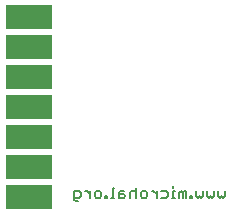
<source format=gbs>
G75*
%MOIN*%
%OFA0B0*%
%FSLAX25Y25*%
%IPPOS*%
%LPD*%
%AMOC8*
5,1,8,0,0,1.08239X$1,22.5*
%
%ADD10C,0.00600*%
%ADD11R,0.15800X0.08400*%
D10*
X0035551Y0023335D02*
X0035551Y0026171D01*
X0037252Y0026171D01*
X0037819Y0025603D01*
X0037819Y0024469D01*
X0037252Y0023902D01*
X0035551Y0023902D01*
X0035551Y0023335D02*
X0036118Y0022768D01*
X0036685Y0022768D01*
X0039187Y0026171D02*
X0039754Y0026171D01*
X0040888Y0025036D01*
X0040888Y0023902D02*
X0040888Y0026171D01*
X0042303Y0025603D02*
X0042870Y0026171D01*
X0044004Y0026171D01*
X0044572Y0025603D01*
X0044572Y0024469D01*
X0044004Y0023902D01*
X0042870Y0023902D01*
X0042303Y0024469D01*
X0042303Y0025603D01*
X0045846Y0024469D02*
X0045846Y0023902D01*
X0046413Y0023902D01*
X0046413Y0024469D01*
X0045846Y0024469D01*
X0047734Y0023902D02*
X0048869Y0023902D01*
X0048301Y0023902D02*
X0048301Y0027305D01*
X0048869Y0027305D01*
X0050283Y0025603D02*
X0050283Y0023902D01*
X0051985Y0023902D01*
X0052552Y0024469D01*
X0051985Y0025036D01*
X0050283Y0025036D01*
X0050283Y0025603D02*
X0050850Y0026171D01*
X0051985Y0026171D01*
X0053966Y0025603D02*
X0053966Y0023902D01*
X0053966Y0025603D02*
X0054533Y0026171D01*
X0055668Y0026171D01*
X0056235Y0025603D01*
X0057649Y0025603D02*
X0057649Y0024469D01*
X0058217Y0023902D01*
X0059351Y0023902D01*
X0059918Y0024469D01*
X0059918Y0025603D01*
X0059351Y0026171D01*
X0058217Y0026171D01*
X0057649Y0025603D01*
X0056235Y0023902D02*
X0056235Y0027305D01*
X0061286Y0026171D02*
X0061853Y0026171D01*
X0062987Y0025036D01*
X0062987Y0023902D02*
X0062987Y0026171D01*
X0064402Y0026171D02*
X0066103Y0026171D01*
X0066670Y0025603D01*
X0066670Y0024469D01*
X0066103Y0023902D01*
X0064402Y0023902D01*
X0067992Y0023902D02*
X0069126Y0023902D01*
X0068559Y0023902D02*
X0068559Y0026171D01*
X0069126Y0026171D01*
X0068559Y0027305D02*
X0068559Y0027872D01*
X0070540Y0025603D02*
X0070540Y0023902D01*
X0071675Y0023902D02*
X0071675Y0025603D01*
X0071108Y0026171D01*
X0070540Y0025603D01*
X0071675Y0025603D02*
X0072242Y0026171D01*
X0072809Y0026171D01*
X0072809Y0023902D01*
X0074083Y0023902D02*
X0074651Y0023902D01*
X0074651Y0024469D01*
X0074083Y0024469D01*
X0074083Y0023902D01*
X0076065Y0024469D02*
X0076065Y0026171D01*
X0076065Y0024469D02*
X0076632Y0023902D01*
X0077199Y0024469D01*
X0077767Y0023902D01*
X0078334Y0024469D01*
X0078334Y0026171D01*
X0079748Y0026171D02*
X0079748Y0024469D01*
X0080315Y0023902D01*
X0080883Y0024469D01*
X0081450Y0023902D01*
X0082017Y0024469D01*
X0082017Y0026171D01*
X0083431Y0026171D02*
X0083431Y0024469D01*
X0083999Y0023902D01*
X0084566Y0024469D01*
X0085133Y0023902D01*
X0085700Y0024469D01*
X0085700Y0026171D01*
D11*
X0020500Y0024102D03*
X0020500Y0034102D03*
X0020500Y0044102D03*
X0020500Y0054102D03*
X0020500Y0064102D03*
X0020500Y0074102D03*
X0020500Y0084102D03*
M02*

</source>
